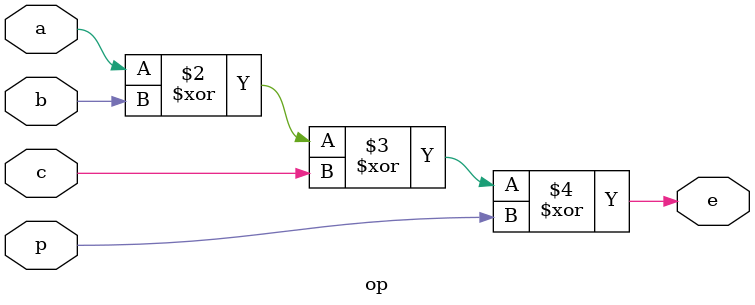
<source format=v>
module op(input a,b,c,p,output e);
  always @(a or b or c or p);
  assign e=(a^b^c^p);
endmodule

</source>
